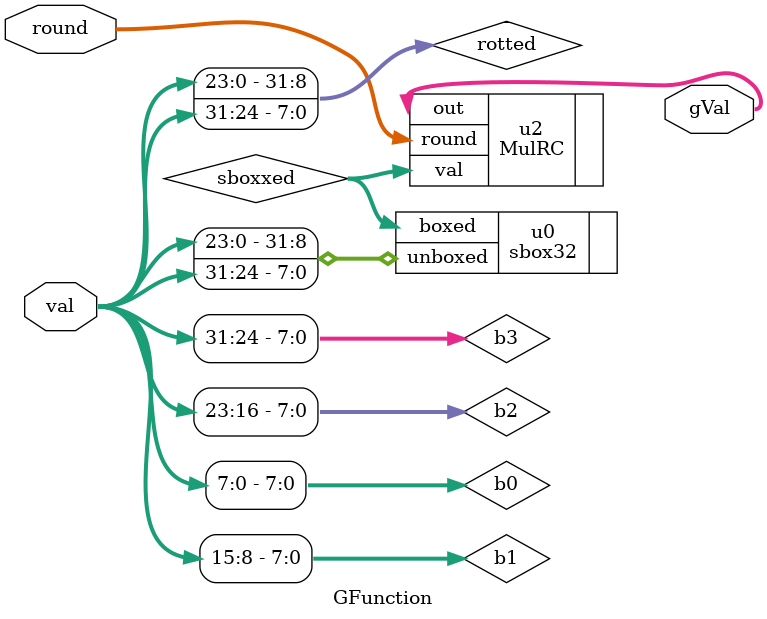
<source format=v>
module GFunction(
	input [31:0] val,
	input [31:0] round,
	output [31:0] gVal);
	
	wire [7:0] b0;
	wire [7:0] b1;
	wire [7:0] b2;
	wire [7:0] b3;
	
	assign b0 = val[7:0];
	assign b1 = val[15:8];
	assign b2 = val[23:16];
	assign b3 = val[31:24];
	
	//rotWord
	wire [31:0] rotted;
	assign rotted = {b2,b1,b0,b3};
	
	//sbox
	wire [31:0] sboxxed;
	sbox32 u0 (.unboxed(rotted), .boxed(sboxxed));

	//GMul
	MulRC u2 (.val(sboxxed),.round(round),.out(gVal));
	
	
	


endmodule 

</source>
